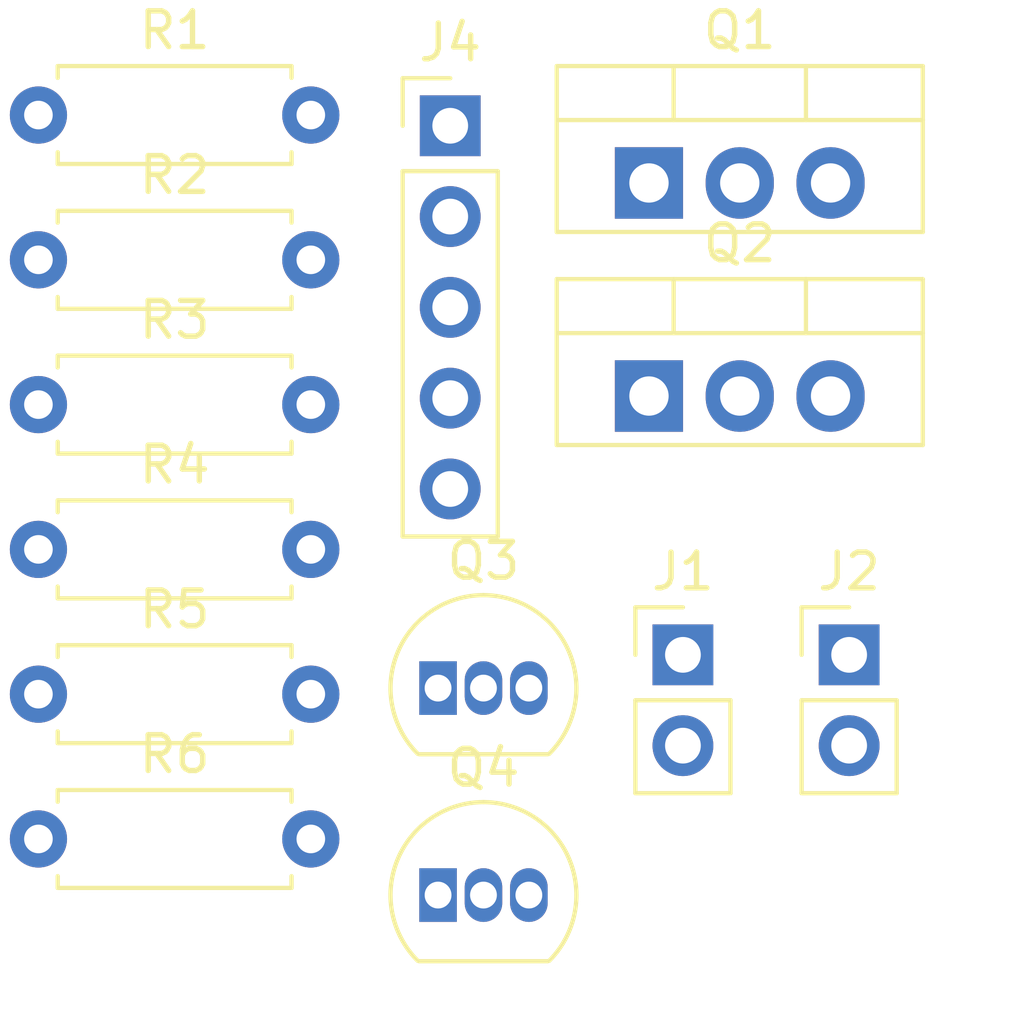
<source format=kicad_pcb>
(kicad_pcb (version 20221018) (generator pcbnew)
  (layers (0 "F.Cu" signal) (31 "B.Cu" signal) (34 "B.Paste" user) (35 "F.Paste" user) (36 "B.SilkS" user "B.Silkscreen") (37 "F.SilkS" user "F.Silkscreen") (38 "B.Mask" user) (39 "F.Mask" user) (44 "Edge.Cuts" user))
  (net 0 "")
  (net 1 "Net-(J1-Pin_1)")
  (net 2 "Net-(J1-Pin_2)")
  (net 3 "Net-(J2-Pin_1)")
  (net 4 "Net-(J2-Pin_2)")
  (net 5 "GND")
  (net 6 "/PWM_Led2")
  (net 7 "/PWM_Led1")
  (net 8 "+5V")
  (net 9 "+12V")
  (net 10 "Net-(Q1-G)")
  (net 11 "Net-(Q2-G)")
  (net 12 "Net-(Q3-B)")
  (net 13 "Net-(Q4-B)")
  (footprint "Package_TO_SOT_THT:TO-92_Inline" (layer "F.Cu") (at 110.166 90.159)
    (fp_text reference "Q4" (at 1.27 -3.56) (layer "F.SilkS"))
    (fp_text value "BC337")
    (fp_line (start -0.53 1.85) (end 3.07 1.85) (stroke (width 0.12)) (layer "F.SilkS"))
    (fp_arc (start -0.568478 1.838478) (mid -1.132087 -0.994977) (end 1.27 -2.6) (stroke (width 0.12)) (layer "F.SilkS"))
    (fp_arc (start 1.27 -2.6) (mid 3.672087 -0.994977) (end 3.108478 1.838478) (stroke (width 0.12)) (layer "F.SilkS"))
    (pad "1" thru_hole rect (at 0 0) (size 1.05 1.5) (drill 0.75) (layers "*.Cu" "*.Mask") (net 11 "Net-(Q2-G)"))
    (pad "2" thru_hole oval (at 1.27 0) (size 1.05 1.5) (drill 0.75) (layers "*.Cu" "*.Mask") (net 13 "Net-(Q4-B)"))
    (pad "3" thru_hole oval (at 2.54 0) (size 1.05 1.5) (drill 0.75) (layers "*.Cu" "*.Mask") (net 5 "GND"))
  )
  (footprint "Connector_PinHeader_2.54mm:PinHeader_1x02_P2.54mm_Vertical" (layer "F.Cu") (at 117.016 83.439)
    (fp_text reference "J1" (at 0 -2.33) (layer "F.SilkS"))
    (fp_text value "Conn_01x02")
    (fp_line (start -1.33 -1.33) (end 0 -1.33) (stroke (width 0.12)) (layer "F.SilkS"))
    (fp_line (start -1.33 0) (end -1.33 -1.33) (stroke (width 0.12)) (layer "F.SilkS"))
    (fp_line (start -1.33 1.27) (end -1.33 3.87) (stroke (width 0.12)) (layer "F.SilkS"))
    (fp_line (start -1.33 1.27) (end 1.33 1.27) (stroke (width 0.12)) (layer "F.SilkS"))
    (fp_line (start -1.33 3.87) (end 1.33 3.87) (stroke (width 0.12)) (layer "F.SilkS"))
    (fp_line (start 1.33 1.27) (end 1.33 3.87) (stroke (width 0.12)) (layer "F.SilkS"))
    (pad "1" thru_hole rect (at 0 0) (size 1.7 1.7) (drill 1) (layers "*.Cu" "*.Mask") (net 1 "Net-(J1-Pin_1)"))
    (pad "2" thru_hole oval (at 0 2.54) (size 1.7 1.7) (drill 1) (layers "*.Cu" "*.Mask") (net 2 "Net-(J1-Pin_2)"))
  )
  (footprint "Resistor_THT:R_Axial_DIN0207_L6.3mm_D2.5mm_P7.62mm_Horizontal" (layer "F.Cu") (at 98.986 80.489)
    (fp_text reference "R4" (at 3.81 -2.37) (layer "F.SilkS"))
    (fp_text value "10")
    (fp_line (start 0.54 -1.37) (end 7.08 -1.37) (stroke (width 0.12)) (layer "F.SilkS"))
    (fp_line (start 0.54 -1.04) (end 0.54 -1.37) (stroke (width 0.12)) (layer "F.SilkS"))
    (fp_line (start 0.54 1.04) (end 0.54 1.37) (stroke (width 0.12)) (layer "F.SilkS"))
    (fp_line (start 0.54 1.37) (end 7.08 1.37) (stroke (width 0.12)) (layer "F.SilkS"))
    (fp_line (start 7.08 -1.37) (end 7.08 -1.04) (stroke (width 0.12)) (layer "F.SilkS"))
    (fp_line (start 7.08 1.37) (end 7.08 1.04) (stroke (width 0.12)) (layer "F.SilkS"))
    (pad "1" thru_hole circle (at 0 0) (size 1.6 1.6) (drill 0.8) (layers "*.Cu" "*.Mask") (net 8 "+5V"))
    (pad "2" thru_hole oval (at 7.62 0) (size 1.6 1.6) (drill 0.8) (layers "*.Cu" "*.Mask") (net 11 "Net-(Q2-G)"))
  )
  (footprint "Connector_PinHeader_2.54mm:PinHeader_1x02_P2.54mm_Vertical" (layer "F.Cu") (at 121.666 83.439)
    (fp_text reference "J2" (at 0 -2.33) (layer "F.SilkS"))
    (fp_text value "Conn_01x02")
    (fp_line (start -1.33 -1.33) (end 0 -1.33) (stroke (width 0.12)) (layer "F.SilkS"))
    (fp_line (start -1.33 0) (end -1.33 -1.33) (stroke (width 0.12)) (layer "F.SilkS"))
    (fp_line (start -1.33 1.27) (end -1.33 3.87) (stroke (width 0.12)) (layer "F.SilkS"))
    (fp_line (start -1.33 1.27) (end 1.33 1.27) (stroke (width 0.12)) (layer "F.SilkS"))
    (fp_line (start -1.33 3.87) (end 1.33 3.87) (stroke (width 0.12)) (layer "F.SilkS"))
    (fp_line (start 1.33 1.27) (end 1.33 3.87) (stroke (width 0.12)) (layer "F.SilkS"))
    (pad "1" thru_hole rect (at 0 0) (size 1.7 1.7) (drill 1) (layers "*.Cu" "*.Mask") (net 3 "Net-(J2-Pin_1)"))
    (pad "2" thru_hole oval (at 0 2.54) (size 1.7 1.7) (drill 1) (layers "*.Cu" "*.Mask") (net 4 "Net-(J2-Pin_2)"))
  )
  (footprint "Resistor_THT:R_Axial_DIN0207_L6.3mm_D2.5mm_P7.62mm_Horizontal" (layer "F.Cu") (at 98.986 88.589)
    (fp_text reference "R6" (at 3.81 -2.37) (layer "F.SilkS"))
    (fp_text value "1k")
    (fp_line (start 0.54 -1.37) (end 7.08 -1.37) (stroke (width 0.12)) (layer "F.SilkS"))
    (fp_line (start 0.54 -1.04) (end 0.54 -1.37) (stroke (width 0.12)) (layer "F.SilkS"))
    (fp_line (start 0.54 1.04) (end 0.54 1.37) (stroke (width 0.12)) (layer "F.SilkS"))
    (fp_line (start 0.54 1.37) (end 7.08 1.37) (stroke (width 0.12)) (layer "F.SilkS"))
    (fp_line (start 7.08 -1.37) (end 7.08 -1.04) (stroke (width 0.12)) (layer "F.SilkS"))
    (fp_line (start 7.08 1.37) (end 7.08 1.04) (stroke (width 0.12)) (layer "F.SilkS"))
    (pad "1" thru_hole circle (at 0 0) (size 1.6 1.6) (drill 0.8) (layers "*.Cu" "*.Mask") (net 6 "/PWM_Led2"))
    (pad "2" thru_hole oval (at 7.62 0) (size 1.6 1.6) (drill 0.8) (layers "*.Cu" "*.Mask") (net 13 "Net-(Q4-B)"))
  )
  (footprint "Package_TO_SOT_THT:TO-92_Inline" (layer "F.Cu") (at 110.166 84.369)
    (fp_text reference "Q3" (at 1.27 -3.56) (layer "F.SilkS"))
    (fp_text value "BC337")
    (fp_line (start -0.53 1.85) (end 3.07 1.85) (stroke (width 0.12)) (layer "F.SilkS"))
    (fp_arc (start -0.568478 1.838478) (mid -1.132087 -0.994977) (end 1.27 -2.6) (stroke (width 0.12)) (layer "F.SilkS"))
    (fp_arc (start 1.27 -2.6) (mid 3.672087 -0.994977) (end 3.108478 1.838478) (stroke (width 0.12)) (layer "F.SilkS"))
    (pad "1" thru_hole rect (at 0 0) (size 1.05 1.5) (drill 0.75) (layers "*.Cu" "*.Mask") (net 10 "Net-(Q1-G)"))
    (pad "2" thru_hole oval (at 1.27 0) (size 1.05 1.5) (drill 0.75) (layers "*.Cu" "*.Mask") (net 12 "Net-(Q3-B)"))
    (pad "3" thru_hole oval (at 2.54 0) (size 1.05 1.5) (drill 0.75) (layers "*.Cu" "*.Mask") (net 5 "GND"))
  )
  (footprint "Package_TO_SOT_THT:TO-220-3_Vertical" (layer "F.Cu") (at 116.066 76.199)
    (fp_text reference "Q2" (at 2.54 -4.27) (layer "F.SilkS"))
    (fp_text value "IRLZ44N")
    (fp_line (start -2.58 -3.27) (end -2.58 1.371) (stroke (width 0.12)) (layer "F.SilkS"))
    (fp_line (start -2.58 -3.27) (end 7.66 -3.27) (stroke (width 0.12)) (layer "F.SilkS"))
    (fp_line (start -2.58 -1.76) (end 7.66 -1.76) (stroke (width 0.12)) (layer "F.SilkS"))
    (fp_line (start -2.58 1.371) (end 7.66 1.371) (stroke (width 0.12)) (layer "F.SilkS"))
    (fp_line (start 0.69 -3.27) (end 0.69 -1.76) (stroke (width 0.12)) (layer "F.SilkS"))
    (fp_line (start 4.391 -3.27) (end 4.391 -1.76) (stroke (width 0.12)) (layer "F.SilkS"))
    (fp_line (start 7.66 -3.27) (end 7.66 1.371) (stroke (width 0.12)) (layer "F.SilkS"))
    (pad "1" thru_hole rect (at 0 0) (size 1.905 2) (drill 1.1) (layers "*.Cu" "*.Mask") (net 11 "Net-(Q2-G)"))
    (pad "2" thru_hole oval (at 2.54 0) (size 1.905 2) (drill 1.1) (layers "*.Cu" "*.Mask") (net 4 "Net-(J2-Pin_2)"))
    (pad "3" thru_hole oval (at 5.08 0) (size 1.905 2) (drill 1.1) (layers "*.Cu" "*.Mask") (net 5 "GND"))
  )
  (footprint "Connector_PinHeader_2.54mm:PinHeader_1x05_P2.54mm_Vertical" (layer "F.Cu") (at 110.506 68.639)
    (fp_text reference "J4" (at 0 -2.33) (layer "F.SilkS"))
    (fp_text value "Conn_01x05")
    (fp_line (start -1.33 -1.33) (end 0 -1.33) (stroke (width 0.12)) (layer "F.SilkS"))
    (fp_line (start -1.33 0) (end -1.33 -1.33) (stroke (width 0.12)) (layer "F.SilkS"))
    (fp_line (start -1.33 1.27) (end -1.33 11.49) (stroke (width 0.12)) (layer "F.SilkS"))
    (fp_line (start -1.33 1.27) (end 1.33 1.27) (stroke (width 0.12)) (layer "F.SilkS"))
    (fp_line (start -1.33 11.49) (end 1.33 11.49) (stroke (width 0.12)) (layer "F.SilkS"))
    (fp_line (start 1.33 1.27) (end 1.33 11.49) (stroke (width 0.12)) (layer "F.SilkS"))
    (pad "1" thru_hole rect (at 0 0) (size 1.7 1.7) (drill 1) (layers "*.Cu" "*.Mask") (net 5 "GND"))
    (pad "2" thru_hole oval (at 0 2.54) (size 1.7 1.7) (drill 1) (layers "*.Cu" "*.Mask") (net 6 "/PWM_Led2"))
    (pad "3" thru_hole oval (at 0 5.08) (size 1.7 1.7) (drill 1) (layers "*.Cu" "*.Mask") (net 7 "/PWM_Led1"))
    (pad "4" thru_hole oval (at 0 7.62) (size 1.7 1.7) (drill 1) (layers "*.Cu" "*.Mask") (net 8 "+5V"))
    (pad "5" thru_hole oval (at 0 10.16) (size 1.7 1.7) (drill 1) (layers "*.Cu" "*.Mask") (net 9 "+12V"))
  )
  (footprint "Resistor_THT:R_Axial_DIN0207_L6.3mm_D2.5mm_P7.62mm_Horizontal" (layer "F.Cu") (at 98.986 72.389)
    (fp_text reference "R2" (at 3.81 -2.37) (layer "F.SilkS"))
    (fp_text value "10")
    (fp_line (start 0.54 -1.37) (end 7.08 -1.37) (stroke (width 0.12)) (layer "F.SilkS"))
    (fp_line (start 0.54 -1.04) (end 0.54 -1.37) (stroke (width 0.12)) (layer "F.SilkS"))
    (fp_line (start 0.54 1.04) (end 0.54 1.37) (stroke (width 0.12)) (layer "F.SilkS"))
    (fp_line (start 0.54 1.37) (end 7.08 1.37) (stroke (width 0.12)) (layer "F.SilkS"))
    (fp_line (start 7.08 -1.37) (end 7.08 -1.04) (stroke (width 0.12)) (layer "F.SilkS"))
    (fp_line (start 7.08 1.37) (end 7.08 1.04) (stroke (width 0.12)) (layer "F.SilkS"))
    (pad "1" thru_hole circle (at 0 0) (size 1.6 1.6) (drill 0.8) (layers "*.Cu" "*.Mask") (net 9 "+12V"))
    (pad "2" thru_hole oval (at 7.62 0) (size 1.6 1.6) (drill 0.8) (layers "*.Cu" "*.Mask") (net 3 "Net-(J2-Pin_1)"))
  )
  (footprint "Package_TO_SOT_THT:TO-220-3_Vertical" (layer "F.Cu") (at 116.066 70.239)
    (fp_text reference "Q1" (at 2.54 -4.27) (layer "F.SilkS"))
    (fp_text value "IRLZ44N")
    (fp_line (start -2.58 -3.27) (end -2.58 1.371) (stroke (width 0.12)) (layer "F.SilkS"))
    (fp_line (start -2.58 -3.27) (end 7.66 -3.27) (stroke (width 0.12)) (layer "F.SilkS"))
    (fp_line (start -2.58 -1.76) (end 7.66 -1.76) (stroke (width 0.12)) (layer "F.SilkS"))
    (fp_line (start -2.58 1.371) (end 7.66 1.371) (stroke (width 0.12)) (layer "F.SilkS"))
    (fp_line (start 0.69 -3.27) (end 0.69 -1.76) (stroke (width 0.12)) (layer "F.SilkS"))
    (fp_line (start 4.391 -3.27) (end 4.391 -1.76) (stroke (width 0.12)) (layer "F.SilkS"))
    (fp_line (start 7.66 -3.27) (end 7.66 1.371) (stroke (width 0.12)) (layer "F.SilkS"))
    (pad "1" thru_hole rect (at 0 0) (size 1.905 2) (drill 1.1) (layers "*.Cu" "*.Mask") (net 10 "Net-(Q1-G)"))
    (pad "2" thru_hole oval (at 2.54 0) (size 1.905 2) (drill 1.1) (layers "*.Cu" "*.Mask") (net 2 "Net-(J1-Pin_2)"))
    (pad "3" thru_hole oval (at 5.08 0) (size 1.905 2) (drill 1.1) (layers "*.Cu" "*.Mask") (net 5 "GND"))
  )
  (footprint "Resistor_THT:R_Axial_DIN0207_L6.3mm_D2.5mm_P7.62mm_Horizontal" (layer "F.Cu") (at 98.986 84.539)
    (fp_text reference "R5" (at 3.81 -2.37) (layer "F.SilkS"))
    (fp_text value "1k")
    (fp_line (start 0.54 -1.37) (end 7.08 -1.37) (stroke (width 0.12)) (layer "F.SilkS"))
    (fp_line (start 0.54 -1.04) (end 0.54 -1.37) (stroke (width 0.12)) (layer "F.SilkS"))
    (fp_line (start 0.54 1.04) (end 0.54 1.37) (stroke (width 0.12)) (layer "F.SilkS"))
    (fp_line (start 0.54 1.37) (end 7.08 1.37) (stroke (width 0.12)) (layer "F.SilkS"))
    (fp_line (start 7.08 -1.37) (end 7.08 -1.04) (stroke (width 0.12)) (layer "F.SilkS"))
    (fp_line (start 7.08 1.37) (end 7.08 1.04) (stroke (width 0.12)) (layer "F.SilkS"))
    (pad "1" thru_hole circle (at 0 0) (size 1.6 1.6) (drill 0.8) (layers "*.Cu" "*.Mask") (net 7 "/PWM_Led1"))
    (pad "2" thru_hole oval (at 7.62 0) (size 1.6 1.6) (drill 0.8) (layers "*.Cu" "*.Mask") (net 12 "Net-(Q3-B)"))
  )
  (footprint "Resistor_THT:R_Axial_DIN0207_L6.3mm_D2.5mm_P7.62mm_Horizontal" (layer "F.Cu") (at 98.986 76.439)
    (fp_text reference "R3" (at 3.81 -2.37) (layer "F.SilkS"))
    (fp_text value "10")
    (fp_line (start 0.54 -1.37) (end 7.08 -1.37) (stroke (width 0.12)) (layer "F.SilkS"))
    (fp_line (start 0.54 -1.04) (end 0.54 -1.37) (stroke (width 0.12)) (layer "F.SilkS"))
    (fp_line (start 0.54 1.04) (end 0.54 1.37) (stroke (width 0.12)) (layer "F.SilkS"))
    (fp_line (start 0.54 1.37) (end 7.08 1.37) (stroke (width 0.12)) (layer "F.SilkS"))
    (fp_line (start 7.08 -1.37) (end 7.08 -1.04) (stroke (width 0.12)) (layer "F.SilkS"))
    (fp_line (start 7.08 1.37) (end 7.08 1.04) (stroke (width 0.12)) (layer "F.SilkS"))
    (pad "1" thru_hole circle (at 0 0) (size 1.6 1.6) (drill 0.8) (layers "*.Cu" "*.Mask") (net 8 "+5V"))
    (pad "2" thru_hole oval (at 7.62 0) (size 1.6 1.6) (drill 0.8) (layers "*.Cu" "*.Mask") (net 10 "Net-(Q1-G)"))
  )
  (footprint "Resistor_THT:R_Axial_DIN0207_L6.3mm_D2.5mm_P7.62mm_Horizontal" (layer "F.Cu") (at 98.986 68.339)
    (fp_text reference "R1" (at 3.81 -2.37) (layer "F.SilkS"))
    (fp_text value "10")
    (fp_line (start 0.54 -1.37) (end 7.08 -1.37) (stroke (width 0.12)) (layer "F.SilkS"))
    (fp_line (start 0.54 -1.04) (end 0.54 -1.37) (stroke (width 0.12)) (layer "F.SilkS"))
    (fp_line (start 0.54 1.04) (end 0.54 1.37) (stroke (width 0.12)) (layer "F.SilkS"))
    (fp_line (start 0.54 1.37) (end 7.08 1.37) (stroke (width 0.12)) (layer "F.SilkS"))
    (fp_line (start 7.08 -1.37) (end 7.08 -1.04) (stroke (width 0.12)) (layer "F.SilkS"))
    (fp_line (start 7.08 1.37) (end 7.08 1.04) (stroke (width 0.12)) (layer "F.SilkS"))
    (pad "1" thru_hole circle (at 0 0) (size 1.6 1.6) (drill 0.8) (layers "*.Cu" "*.Mask") (net 9 "+12V"))
    (pad "2" thru_hole oval (at 7.62 0) (size 1.6 1.6) (drill 0.8) (layers "*.Cu" "*.Mask") (net 1 "Net-(J1-Pin_1)"))
  )
)
</source>
